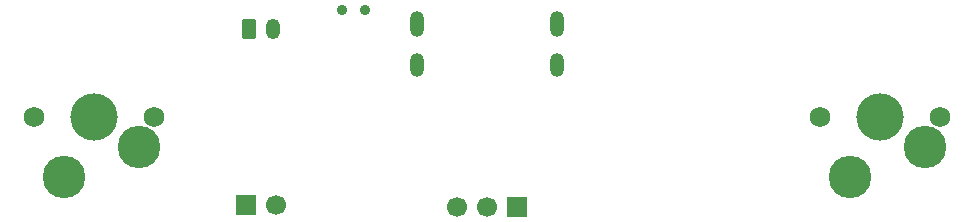
<source format=gbr>
%TF.GenerationSoftware,KiCad,Pcbnew,9.0.3*%
%TF.CreationDate,2025-07-16T18:33:31-04:00*%
%TF.ProjectId,board,626f6172-642e-46b6-9963-61645f706362,rev?*%
%TF.SameCoordinates,Original*%
%TF.FileFunction,Soldermask,Top*%
%TF.FilePolarity,Negative*%
%FSLAX46Y46*%
G04 Gerber Fmt 4.6, Leading zero omitted, Abs format (unit mm)*
G04 Created by KiCad (PCBNEW 9.0.3) date 2025-07-16 18:33:31*
%MOMM*%
%LPD*%
G01*
G04 APERTURE LIST*
G04 Aperture macros list*
%AMRoundRect*
0 Rectangle with rounded corners*
0 $1 Rounding radius*
0 $2 $3 $4 $5 $6 $7 $8 $9 X,Y pos of 4 corners*
0 Add a 4 corners polygon primitive as box body*
4,1,4,$2,$3,$4,$5,$6,$7,$8,$9,$2,$3,0*
0 Add four circle primitives for the rounded corners*
1,1,$1+$1,$2,$3*
1,1,$1+$1,$4,$5*
1,1,$1+$1,$6,$7*
1,1,$1+$1,$8,$9*
0 Add four rect primitives between the rounded corners*
20,1,$1+$1,$2,$3,$4,$5,0*
20,1,$1+$1,$4,$5,$6,$7,0*
20,1,$1+$1,$6,$7,$8,$9,0*
20,1,$1+$1,$8,$9,$2,$3,0*%
G04 Aperture macros list end*
%ADD10RoundRect,0.250000X-0.350000X-0.625000X0.350000X-0.625000X0.350000X0.625000X-0.350000X0.625000X0*%
%ADD11O,1.200000X1.750000*%
%ADD12R,1.700000X1.700000*%
%ADD13C,1.700000*%
%ADD14O,1.204000X2.004000*%
%ADD15O,1.204000X2.204000*%
%ADD16C,0.900000*%
%ADD17C,3.600000*%
%ADD18C,4.000000*%
%ADD19C,1.750000*%
G04 APERTURE END LIST*
D10*
%TO.C,J2*%
X42900001Y-22250000D03*
D11*
X44900002Y-22250000D03*
%TD*%
D12*
%TO.C,J4*%
X42625000Y-37200000D03*
D13*
X45165000Y-37200000D03*
%TD*%
D14*
%TO.C,J1*%
X57050000Y-25300000D03*
X68950000Y-25300000D03*
D15*
X57050000Y-21800000D03*
X68950000Y-21800000D03*
%TD*%
D16*
%TO.C,SW3*%
X52725001Y-20650000D03*
X50775001Y-20650000D03*
%TD*%
D17*
%TO.C,SW1*%
X33510000Y-32240000D03*
X27160000Y-34780000D03*
D18*
X29700000Y-29700000D03*
D19*
X34780000Y-29700000D03*
X24620000Y-29700000D03*
%TD*%
%TO.C,SW2*%
X91220000Y-29700000D03*
X101380000Y-29700000D03*
D18*
X96300000Y-29700000D03*
D17*
X93760000Y-34780000D03*
X100110000Y-32240000D03*
%TD*%
D13*
%TO.C,J3*%
X60460001Y-37300000D03*
X63000000Y-37300000D03*
D12*
X65540000Y-37300000D03*
%TD*%
M02*

</source>
